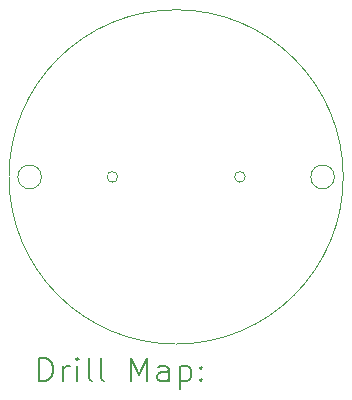
<source format=gbr>
%TF.GenerationSoftware,KiCad,Pcbnew,7.0.10*%
%TF.CreationDate,2024-04-29T22:25:33+02:00*%
%TF.ProjectId,GhostControllerLED,47686f73-7443-46f6-9e74-726f6c6c6572,rev?*%
%TF.SameCoordinates,Original*%
%TF.FileFunction,Drillmap*%
%TF.FilePolarity,Positive*%
%FSLAX45Y45*%
G04 Gerber Fmt 4.5, Leading zero omitted, Abs format (unit mm)*
G04 Created by KiCad (PCBNEW 7.0.10) date 2024-04-29 22:25:33*
%MOMM*%
%LPD*%
G01*
G04 APERTURE LIST*
%ADD10C,0.100000*%
%ADD11C,0.050000*%
%ADD12C,0.200000*%
G04 APERTURE END LIST*
D10*
X3786728Y-4865000D02*
G75*
G03*
X3586728Y-4865000I-100000J0D01*
G01*
X3586728Y-4865000D02*
G75*
G03*
X3786728Y-4865000I100000J0D01*
G01*
X6266728Y-4865000D02*
G75*
G03*
X6066728Y-4865000I-100000J0D01*
G01*
X6066728Y-4865000D02*
G75*
G03*
X6266728Y-4865000I100000J0D01*
G01*
X6341728Y-4865000D02*
G75*
G03*
X3511728Y-4865000I-1415000J0D01*
G01*
X3511728Y-4865000D02*
G75*
G03*
X6341728Y-4865000I1415000J0D01*
G01*
D11*
X5511729Y-4865000D02*
G75*
G03*
X5421729Y-4865000I-45000J0D01*
G01*
X5421729Y-4865000D02*
G75*
G03*
X5511729Y-4865000I45000J0D01*
G01*
X4431729Y-4865000D02*
G75*
G03*
X4341729Y-4865000I-45000J0D01*
G01*
X4341729Y-4865000D02*
G75*
G03*
X4431729Y-4865000I45000J0D01*
G01*
D12*
X3767505Y-6596484D02*
X3767505Y-6396484D01*
X3767505Y-6396484D02*
X3815124Y-6396484D01*
X3815124Y-6396484D02*
X3843696Y-6406008D01*
X3843696Y-6406008D02*
X3862743Y-6425055D01*
X3862743Y-6425055D02*
X3872267Y-6444103D01*
X3872267Y-6444103D02*
X3881791Y-6482198D01*
X3881791Y-6482198D02*
X3881791Y-6510769D01*
X3881791Y-6510769D02*
X3872267Y-6548865D01*
X3872267Y-6548865D02*
X3862743Y-6567912D01*
X3862743Y-6567912D02*
X3843696Y-6586960D01*
X3843696Y-6586960D02*
X3815124Y-6596484D01*
X3815124Y-6596484D02*
X3767505Y-6596484D01*
X3967505Y-6596484D02*
X3967505Y-6463150D01*
X3967505Y-6501246D02*
X3977029Y-6482198D01*
X3977029Y-6482198D02*
X3986553Y-6472674D01*
X3986553Y-6472674D02*
X4005600Y-6463150D01*
X4005600Y-6463150D02*
X4024648Y-6463150D01*
X4091315Y-6596484D02*
X4091315Y-6463150D01*
X4091315Y-6396484D02*
X4081791Y-6406008D01*
X4081791Y-6406008D02*
X4091315Y-6415531D01*
X4091315Y-6415531D02*
X4100839Y-6406008D01*
X4100839Y-6406008D02*
X4091315Y-6396484D01*
X4091315Y-6396484D02*
X4091315Y-6415531D01*
X4215124Y-6596484D02*
X4196077Y-6586960D01*
X4196077Y-6586960D02*
X4186553Y-6567912D01*
X4186553Y-6567912D02*
X4186553Y-6396484D01*
X4319886Y-6596484D02*
X4300839Y-6586960D01*
X4300839Y-6586960D02*
X4291315Y-6567912D01*
X4291315Y-6567912D02*
X4291315Y-6396484D01*
X4548458Y-6596484D02*
X4548458Y-6396484D01*
X4548458Y-6396484D02*
X4615124Y-6539341D01*
X4615124Y-6539341D02*
X4681791Y-6396484D01*
X4681791Y-6396484D02*
X4681791Y-6596484D01*
X4862743Y-6596484D02*
X4862743Y-6491722D01*
X4862743Y-6491722D02*
X4853220Y-6472674D01*
X4853220Y-6472674D02*
X4834172Y-6463150D01*
X4834172Y-6463150D02*
X4796077Y-6463150D01*
X4796077Y-6463150D02*
X4777029Y-6472674D01*
X4862743Y-6586960D02*
X4843696Y-6596484D01*
X4843696Y-6596484D02*
X4796077Y-6596484D01*
X4796077Y-6596484D02*
X4777029Y-6586960D01*
X4777029Y-6586960D02*
X4767505Y-6567912D01*
X4767505Y-6567912D02*
X4767505Y-6548865D01*
X4767505Y-6548865D02*
X4777029Y-6529817D01*
X4777029Y-6529817D02*
X4796077Y-6520293D01*
X4796077Y-6520293D02*
X4843696Y-6520293D01*
X4843696Y-6520293D02*
X4862743Y-6510769D01*
X4957982Y-6463150D02*
X4957982Y-6663150D01*
X4957982Y-6472674D02*
X4977029Y-6463150D01*
X4977029Y-6463150D02*
X5015124Y-6463150D01*
X5015124Y-6463150D02*
X5034172Y-6472674D01*
X5034172Y-6472674D02*
X5043696Y-6482198D01*
X5043696Y-6482198D02*
X5053220Y-6501246D01*
X5053220Y-6501246D02*
X5053220Y-6558388D01*
X5053220Y-6558388D02*
X5043696Y-6577436D01*
X5043696Y-6577436D02*
X5034172Y-6586960D01*
X5034172Y-6586960D02*
X5015124Y-6596484D01*
X5015124Y-6596484D02*
X4977029Y-6596484D01*
X4977029Y-6596484D02*
X4957982Y-6586960D01*
X5138934Y-6577436D02*
X5148458Y-6586960D01*
X5148458Y-6586960D02*
X5138934Y-6596484D01*
X5138934Y-6596484D02*
X5129410Y-6586960D01*
X5129410Y-6586960D02*
X5138934Y-6577436D01*
X5138934Y-6577436D02*
X5138934Y-6596484D01*
X5138934Y-6472674D02*
X5148458Y-6482198D01*
X5148458Y-6482198D02*
X5138934Y-6491722D01*
X5138934Y-6491722D02*
X5129410Y-6482198D01*
X5129410Y-6482198D02*
X5138934Y-6472674D01*
X5138934Y-6472674D02*
X5138934Y-6491722D01*
M02*

</source>
